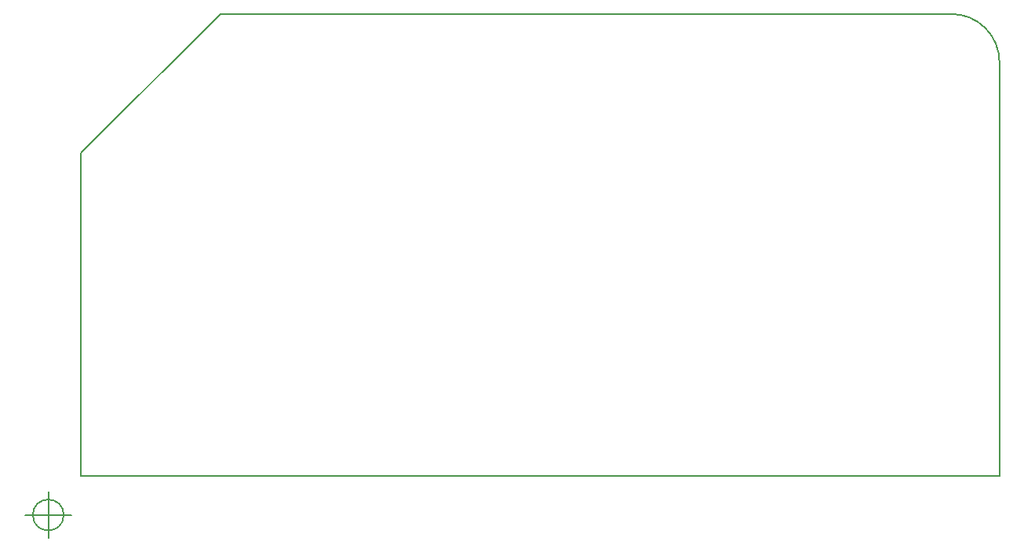
<source format=gm1>
G04 #@! TF.GenerationSoftware,KiCad,Pcbnew,6.0.7-f9a2dced07~116~ubuntu22.04.1*
G04 #@! TF.CreationDate,2022-10-07T14:15:52-07:00*
G04 #@! TF.ProjectId,rc2014compat-pico-vga,72633230-3134-4636-9f6d-7061742d7069,rev?*
G04 #@! TF.SameCoordinates,Original*
G04 #@! TF.FileFunction,Profile,NP*
%FSLAX46Y46*%
G04 Gerber Fmt 4.6, Leading zero omitted, Abs format (unit mm)*
G04 Created by KiCad (PCBNEW 6.0.7-f9a2dced07~116~ubuntu22.04.1) date 2022-10-07 14:15:52*
%MOMM*%
%LPD*%
G01*
G04 APERTURE LIST*
G04 #@! TA.AperFunction,Profile*
%ADD10C,0.150000*%
G04 #@! TD*
G04 APERTURE END LIST*
D10*
X153898600Y-118516400D02*
X153898600Y-153365200D01*
X253000000Y-108685000D02*
G75*
G03*
X247818400Y-103505000I-5180800J-800D01*
G01*
X253000000Y-108685000D02*
X253000000Y-153365200D01*
X153898600Y-153365200D02*
X253000000Y-153365200D01*
X168910000Y-103505000D02*
X153898600Y-118516400D01*
X247818400Y-103505000D02*
X168910000Y-103505000D01*
X152034666Y-157607000D02*
G75*
G03*
X152034666Y-157607000I-1666666J0D01*
G01*
X147868000Y-157607000D02*
X152868000Y-157607000D01*
X150368000Y-155107000D02*
X150368000Y-160107000D01*
M02*

</source>
